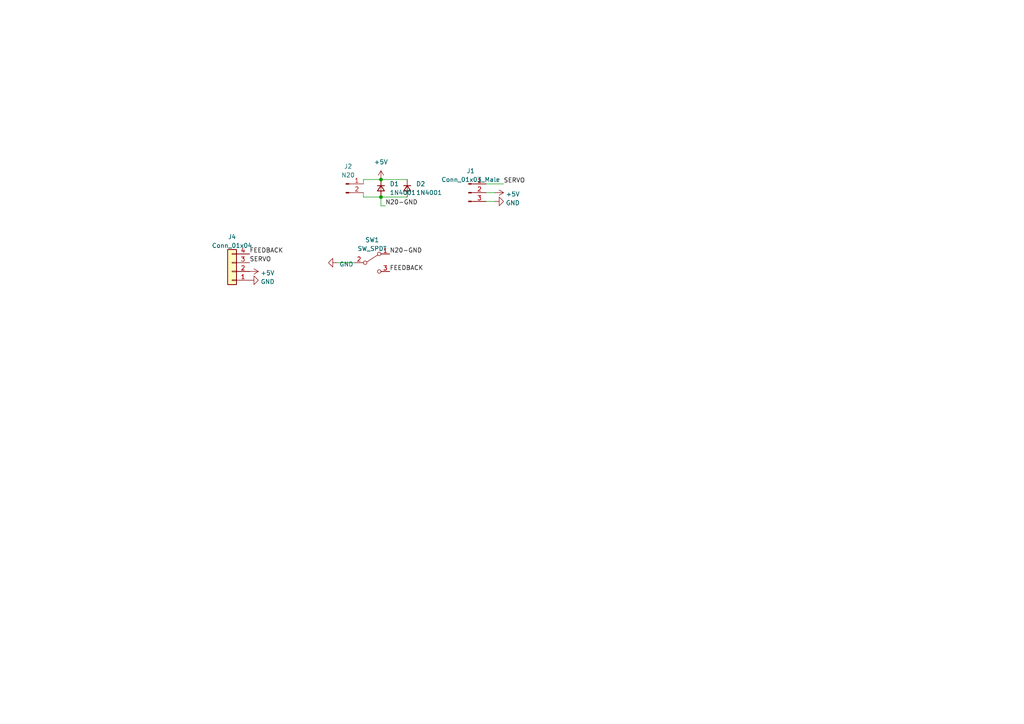
<source format=kicad_sch>
(kicad_sch (version 20211123) (generator eeschema)
  (paper "A4")
  (lib_symbols
    (symbol "Connector:Conn_01x02_Male" (pin_names (offset 1.016) hide)
      (property "Reference" "J" (at 0 2.54 0))
      (property "Value" "Conn_01x02_Male" (at 0 -5.08 0))
      (symbol "Conn_01x02_Male_1_1"
        (polyline (pts (xy 1.27 -2.54) (xy 0.8636 -2.54)) (stroke (width 0.1524)))
        (polyline (pts (xy 1.27 0) (xy 0.8636 0)) (stroke (width 0.1524)))
        (rectangle (start 0.8636 -2.413) (end 0 -2.667) (stroke (width 0.1524)) (fill (type outline)))
        (rectangle (start 0.8636 0.127) (end 0 -0.127) (stroke (width 0.1524)) (fill (type outline)))
        (pin passive line (at 5.08 0 180) (length 3.81) (name "Pin_1") (number "1"))
        (pin passive line (at 5.08 -2.54 180) (length 3.81) (name "Pin_2") (number "2"))
      )
    )
    (symbol "Connector:Conn_01x03_Male" (pin_names (offset 1.016) hide)
      (property "Reference" "J" (at 0 5.08 0))
      (property "Value" "Conn_01x03_Male" (at 0 -5.08 0))
      (symbol "Conn_01x03_Male_1_1"
        (polyline (pts (xy 1.27 -2.54) (xy 0.8636 -2.54)) (stroke (width 0.1524)))
        (polyline (pts (xy 1.27 0) (xy 0.8636 0)) (stroke (width 0.1524)))
        (polyline (pts (xy 1.27 2.54) (xy 0.8636 2.54)) (stroke (width 0.1524)))
        (rectangle (start 0.8636 -2.413) (end 0 -2.667) (stroke (width 0.1524)) (fill (type outline)))
        (rectangle (start 0.8636 0.127) (end 0 -0.127) (stroke (width 0.1524)) (fill (type outline)))
        (rectangle (start 0.8636 2.667) (end 0 2.413) (stroke (width 0.1524)) (fill (type outline)))
        (pin passive line (at 5.08 2.54 180) (length 3.81) (name "Pin_1") (number "1"))
        (pin passive line (at 5.08 0 180) (length 3.81) (name "Pin_2") (number "2"))
        (pin passive line (at 5.08 -2.54 180) (length 3.81) (name "Pin_3") (number "3"))
      )
    )
    (symbol "Connector_Generic:Conn_01x04" (pin_names (offset 1.016) hide)
      (property "Reference" "J" (at 0 5.08 0))
      (property "Value" "Conn_01x04" (at 0 -7.62 0))
      (symbol "Conn_01x04_1_1"
        (rectangle (start -1.27 -4.953) (end 0 -5.207) (stroke (width 0.1524)))
        (rectangle (start -1.27 -2.413) (end 0 -2.667) (stroke (width 0.1524)))
        (rectangle (start -1.27 0.127) (end 0 -0.127) (stroke (width 0.1524)))
        (rectangle (start -1.27 2.667) (end 0 2.413) (stroke (width 0.1524)))
        (rectangle (start -1.27 3.81) (end 1.27 -6.35) (stroke (width 0.254)) (fill (type background)))
        (pin passive line (at -5.08 2.54 0) (length 3.81) (name "Pin_1") (number "1"))
        (pin passive line (at -5.08 0 0) (length 3.81) (name "Pin_2") (number "2"))
        (pin passive line (at -5.08 -2.54 0) (length 3.81) (name "Pin_3") (number "3"))
        (pin passive line (at -5.08 -5.08 0) (length 3.81) (name "Pin_4") (number "4"))
      )
    )
    (symbol "Device:D_Small" (pin_numbers hide) (pin_names (offset 0.254) hide)
      (property "Reference" "D" (at -1.27 2.032 0))
      (property "Value" "D_Small" (at -3.81 -2.032 0))
      (symbol "D_Small_0_1"
        (polyline (pts (xy -0.762 -1.016) (xy -0.762 1.016)) (stroke (width 0.254)))
        (polyline (pts (xy -0.762 0) (xy 0.762 0)))
        (polyline (pts (xy 0.762 -1.016) (xy -0.762 0) (xy 0.762 1.016) (xy 0.762 -1.016)) (stroke (width 0.254)))
      )
      (symbol "D_Small_1_1"
        (pin passive line (at -2.54 0 0) (length 1.778) (name "K") (number "1"))
        (pin passive line (at 2.54 0 180) (length 1.778) (name "A") (number "2"))
      )
    )
    (symbol "Switch:SW_SPDT" (pin_names (offset 0) hide)
      (property "Reference" "SW" (at 0 4.318 0))
      (property "Value" "SW_SPDT" (at 0 -5.08 0))
      (symbol "SW_SPDT_0_0"
        (circle (center -2.032 0) (radius 0.508))
        (circle (center 2.032 -2.54) (radius 0.508))
      )
      (symbol "SW_SPDT_0_1"
        (polyline (pts (xy -1.524 0.254) (xy 1.651 2.286)))
        (circle (center 2.032 2.54) (radius 0.508))
      )
      (symbol "SW_SPDT_1_1"
        (pin passive line (at 5.08 2.54 180) (length 2.54) (name "A") (number "1"))
        (pin passive line (at -5.08 0 0) (length 2.54) (name "B") (number "2"))
        (pin passive line (at 5.08 -2.54 180) (length 2.54) (name "C") (number "3"))
      )
    )
    (symbol "power:+5V" (power) (pin_names (offset 0))
      (property "Value" "+5V" (at 0 3.556 0))
      (symbol "+5V_0_1"
        (polyline (pts (xy -0.762 1.27) (xy 0 2.54)))
        (polyline (pts (xy 0 0) (xy 0 2.54)))
        (polyline (pts (xy 0 2.54) (xy 0.762 1.27)))
      )
      (symbol "+5V_1_1"
        (pin power_in line (at 0 0 90) (length 0) hide (name "+5V") (number "1"))
      )
    )
    (symbol "power:GND" (power) (pin_names (offset 0))
      (property "Value" "GND" (at 0 -3.81 0))
      (symbol "GND_0_1"
        (polyline (pts (xy 0 0) (xy 0 -1.27) (xy 1.27 -1.27) (xy 0 -2.54) (xy -1.27 -1.27) (xy 0 -1.27)))
      )
      (symbol "GND_1_1"
        (pin power_in line (at 0 0 270) (length 0) hide (name "GND") (number "1"))
      )
    )
  )
  (junction (at 110.49 57.15))
  (junction (at 110.49 52.07))
  (wire (pts (xy 140.97 53.34) (xy 146.05 53.34)))
  (wire (pts (xy 105.41 55.88) (xy 105.41 57.15)))
  (wire (pts (xy 105.41 57.15) (xy 110.49 57.15)))
  (wire (pts (xy 110.49 57.15) (xy 118.11 57.15)))
  (wire (pts (xy 140.97 55.88) (xy 143.51 55.88)))
  (wire (pts (xy 97.79 76.2) (xy 102.87 76.2)))
  (wire (pts (xy 110.49 57.15) (xy 110.49 59.69)))
  (wire (pts (xy 140.97 58.42) (xy 143.51 58.42)))
  (wire (pts (xy 110.49 59.69) (xy 111.76 59.69)))
  (wire (pts (xy 110.49 52.07) (xy 118.11 52.07)))
  (wire (pts (xy 110.49 52.07) (xy 105.41 52.07)))
  (wire (pts (xy 105.41 52.07) (xy 105.41 53.34)))
  (label "SERVO" (at 72.39 76.2 0))
  (label "N20-GND" (at 113.03 73.66 0))
  (label "N20-GND" (at 111.76 59.69 0))
  (label "SERVO" (at 146.05 53.34 0))
  (label "FEEDBACK" (at 113.03 78.74 0))
  (label "FEEDBACK" (at 72.39 73.66 0))
  (symbol (lib_id "power:+5V") (at 72.39 78.74 270) (unit 1)
    (property "Reference" "#PWR0101" (effects hide))
    (property "Value" "+5V" (at 75.565 79.1738 90) (effects (justify left)))
  )
  (symbol (lib_id "Switch:SW_SPDT") (at 107.95 76.2 0) (unit 1)
    (property "Reference" "SW1" (at 107.95 69.5792 0))
    (property "Value" "SW_SPDT" (at 107.95 72.1161 0))
    (property "Footprint" "Microswitch:Microswitch" (effects hide))
  )
  (symbol (lib_id "Device:D_Small") (at 110.49 54.61 270) (unit 1)
    (property "Reference" "D1" (at 113.03 53.3399 90) (effects (justify left)))
    (property "Value" "1N4001" (at 113.03 55.8799 90) (effects (justify left)))
    (property "Footprint" "Diode_SMD:D_SMA-SMB_Universal_Handsoldering" (effects hide))
  )
  (symbol (lib_id "power:GND") (at 72.39 81.28 90) (unit 1)
    (property "Reference" "#PWR0102" (effects hide))
    (property "Value" "GND" (at 75.565 81.7138 90) (effects (justify right)))
  )
  (symbol (lib_id "power:GND") (at 97.79 76.2 270) (unit 1)
    (property "Reference" "#PWR0103" (effects hide))
    (property "Value" "GND" (at 98.425 76.6338 90) (effects (justify left)))
  )
  (symbol (lib_id "Connector:Conn_01x02_Male") (at 100.33 53.34 0) (unit 1)
    (property "Reference" "J2" (at 100.965 48.26 0))
    (property "Value" "N20" (at 100.965 50.8 0))
    (property "Footprint" "PinsClean:PinSocket_1x02_P2.54mm_Vertical_Clean" (effects hide))
  )
  (symbol (lib_id "Device:D_Small") (at 118.11 54.61 270) (unit 1)
    (property "Reference" "D2" (at 120.65 53.3399 90) (effects (justify left)))
    (property "Value" "1N4001" (at 120.65 55.8799 90) (effects (justify left)))
    (property "Footprint" "Diode_THT:D_A-405_P7.62mm_Horizontal" (effects hide))
  )
  (symbol (lib_id "Connector:Conn_01x03_Male") (at 135.89 55.88 0) (unit 1)
    (property "Reference" "J1" (at 136.525 49.564 0))
    (property "Value" "Conn_01x03_Male" (at 136.525 52.1009 0))
    (property "Footprint" "PinsClean:PinSocket_1x03_P2.54mm_Vertical_Clean" (effects hide))
  )
  (symbol (lib_id "power:GND") (at 143.51 58.42 90) (unit 1)
    (property "Reference" "#PWR05" (effects hide))
    (property "Value" "GND" (at 146.685 58.8538 90) (effects (justify right)))
  )
  (symbol (lib_id "Connector_Generic:Conn_01x04") (at 67.31 78.74 180) (unit 1)
    (property "Reference" "J4" (at 67.31 68.6902 0))
    (property "Value" "Conn_01x04" (at 67.31 71.2271 0))
    (property "Footprint" "PinsClean:PinSocket_1x04_P2.54mm_Vertical_Clean" (effects hide))
  )
  (symbol (lib_id "power:+5V") (at 110.49 52.07 0) (unit 1)
    (property "Reference" "#PWR03" (effects hide))
    (property "Value" "+5V" (at 110.49 46.99 0))
  )
  (symbol (lib_id "power:+5V") (at 143.51 55.88 270) (unit 1)
    (property "Reference" "#PWR04" (effects hide))
    (property "Value" "+5V" (at 146.685 56.3138 90) (effects (justify left)))
  )
)
</source>
